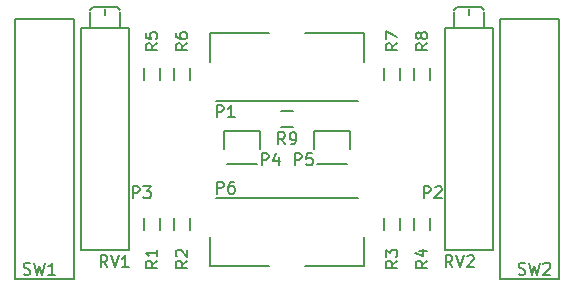
<source format=gto>
G04 #@! TF.FileFunction,Legend,Top*
%FSLAX46Y46*%
G04 Gerber Fmt 4.6, Leading zero omitted, Abs format (unit mm)*
G04 Created by KiCad (PCBNEW (2016-03-06 BZR 6610)-product) date 2016 April 20, Wednesday 18:41:49*
%MOMM*%
G01*
G04 APERTURE LIST*
%ADD10C,0.100000*%
%ADD11C,0.150000*%
G04 APERTURE END LIST*
D10*
D11*
X137895000Y-106850000D02*
X137895000Y-105850000D01*
X139245000Y-105850000D02*
X139245000Y-106850000D01*
X141785000Y-105850000D02*
X141785000Y-106850000D01*
X140435000Y-106850000D02*
X140435000Y-105850000D01*
X158215000Y-106850000D02*
X158215000Y-105850000D01*
X159565000Y-105850000D02*
X159565000Y-106850000D01*
X162105000Y-105850000D02*
X162105000Y-106850000D01*
X160755000Y-106850000D02*
X160755000Y-105850000D01*
X139245000Y-93150000D02*
X139245000Y-94150000D01*
X137895000Y-94150000D02*
X137895000Y-93150000D01*
X140435000Y-94150000D02*
X140435000Y-93150000D01*
X141785000Y-93150000D02*
X141785000Y-94150000D01*
X159565000Y-93150000D02*
X159565000Y-94150000D01*
X158215000Y-94150000D02*
X158215000Y-93150000D01*
X160755000Y-94150000D02*
X160755000Y-93150000D01*
X162105000Y-93150000D02*
X162105000Y-94150000D01*
X156550000Y-90160000D02*
X151500000Y-90160000D01*
X143450000Y-90160000D02*
X143450000Y-92620000D01*
X144000000Y-95880000D02*
X156000000Y-95880000D01*
X156550000Y-90160000D02*
X156550000Y-92620000D01*
X143450000Y-90160000D02*
X148500000Y-90160000D01*
X135875000Y-88228000D02*
X135621000Y-87974000D01*
X135621000Y-87974000D02*
X134605000Y-87974000D01*
X134605000Y-87974000D02*
X133589000Y-87974000D01*
X133589000Y-87974000D02*
X133335000Y-88228000D01*
X135875000Y-89625000D02*
X135875000Y-88355000D01*
X133335000Y-89625000D02*
X133335000Y-88355000D01*
X134605000Y-88101000D02*
X134605000Y-88609000D01*
X132573000Y-89752000D02*
X136637000Y-89752000D01*
X132573000Y-108548000D02*
X136637000Y-108548000D01*
X132573000Y-89752000D02*
X132573000Y-108548000D01*
X136637000Y-108548000D02*
X136637000Y-89752000D01*
X166665000Y-88228000D02*
X166411000Y-87974000D01*
X166411000Y-87974000D02*
X165395000Y-87974000D01*
X165395000Y-87974000D02*
X164379000Y-87974000D01*
X164379000Y-87974000D02*
X164125000Y-88228000D01*
X166665000Y-89625000D02*
X166665000Y-88355000D01*
X164125000Y-89625000D02*
X164125000Y-88355000D01*
X165395000Y-88101000D02*
X165395000Y-88609000D01*
X163363000Y-89752000D02*
X167427000Y-89752000D01*
X163363000Y-108548000D02*
X167427000Y-108548000D01*
X163363000Y-89752000D02*
X163363000Y-108548000D01*
X167427000Y-108548000D02*
X167427000Y-89752000D01*
X131935000Y-89000000D02*
X126935000Y-89000000D01*
X126935000Y-89000000D02*
X126935000Y-111000000D01*
X131935000Y-111000000D02*
X126935000Y-111000000D01*
X131935000Y-111000000D02*
X131935000Y-89000000D01*
X173065000Y-89000000D02*
X168065000Y-89000000D01*
X168065000Y-89000000D02*
X168065000Y-111000000D01*
X173065000Y-111000000D02*
X168065000Y-111000000D01*
X173065000Y-111000000D02*
X173065000Y-89000000D01*
X149500000Y-96785000D02*
X150500000Y-96785000D01*
X150500000Y-98135000D02*
X149500000Y-98135000D01*
X147740000Y-98450000D02*
X147740000Y-100000000D01*
X144640000Y-100000000D02*
X144640000Y-98450000D01*
X144640000Y-98450000D02*
X147740000Y-98450000D01*
X144920000Y-101270000D02*
X147460000Y-101270000D01*
X155360000Y-98450000D02*
X155360000Y-100000000D01*
X152260000Y-100000000D02*
X152260000Y-98450000D01*
X152260000Y-98450000D02*
X155360000Y-98450000D01*
X152540000Y-101270000D02*
X155080000Y-101270000D01*
X143450000Y-109840000D02*
X148500000Y-109840000D01*
X156550000Y-109840000D02*
X156550000Y-107380000D01*
X156000000Y-104120000D02*
X144000000Y-104120000D01*
X143450000Y-109840000D02*
X143450000Y-107380000D01*
X156550000Y-109840000D02*
X151500000Y-109840000D01*
X139022381Y-109437666D02*
X138546190Y-109771000D01*
X139022381Y-110009095D02*
X138022381Y-110009095D01*
X138022381Y-109628142D01*
X138070000Y-109532904D01*
X138117619Y-109485285D01*
X138212857Y-109437666D01*
X138355714Y-109437666D01*
X138450952Y-109485285D01*
X138498571Y-109532904D01*
X138546190Y-109628142D01*
X138546190Y-110009095D01*
X139022381Y-108485285D02*
X139022381Y-109056714D01*
X139022381Y-108771000D02*
X138022381Y-108771000D01*
X138165238Y-108866238D01*
X138260476Y-108961476D01*
X138308095Y-109056714D01*
X141562381Y-109437666D02*
X141086190Y-109771000D01*
X141562381Y-110009095D02*
X140562381Y-110009095D01*
X140562381Y-109628142D01*
X140610000Y-109532904D01*
X140657619Y-109485285D01*
X140752857Y-109437666D01*
X140895714Y-109437666D01*
X140990952Y-109485285D01*
X141038571Y-109532904D01*
X141086190Y-109628142D01*
X141086190Y-110009095D01*
X140657619Y-109056714D02*
X140610000Y-109009095D01*
X140562381Y-108913857D01*
X140562381Y-108675761D01*
X140610000Y-108580523D01*
X140657619Y-108532904D01*
X140752857Y-108485285D01*
X140848095Y-108485285D01*
X140990952Y-108532904D01*
X141562381Y-109104333D01*
X141562381Y-108485285D01*
X159342381Y-109437666D02*
X158866190Y-109771000D01*
X159342381Y-110009095D02*
X158342381Y-110009095D01*
X158342381Y-109628142D01*
X158390000Y-109532904D01*
X158437619Y-109485285D01*
X158532857Y-109437666D01*
X158675714Y-109437666D01*
X158770952Y-109485285D01*
X158818571Y-109532904D01*
X158866190Y-109628142D01*
X158866190Y-110009095D01*
X158342381Y-109104333D02*
X158342381Y-108485285D01*
X158723333Y-108818619D01*
X158723333Y-108675761D01*
X158770952Y-108580523D01*
X158818571Y-108532904D01*
X158913810Y-108485285D01*
X159151905Y-108485285D01*
X159247143Y-108532904D01*
X159294762Y-108580523D01*
X159342381Y-108675761D01*
X159342381Y-108961476D01*
X159294762Y-109056714D01*
X159247143Y-109104333D01*
X161882381Y-109437666D02*
X161406190Y-109771000D01*
X161882381Y-110009095D02*
X160882381Y-110009095D01*
X160882381Y-109628142D01*
X160930000Y-109532904D01*
X160977619Y-109485285D01*
X161072857Y-109437666D01*
X161215714Y-109437666D01*
X161310952Y-109485285D01*
X161358571Y-109532904D01*
X161406190Y-109628142D01*
X161406190Y-110009095D01*
X161215714Y-108580523D02*
X161882381Y-108580523D01*
X160834762Y-108818619D02*
X161549048Y-109056714D01*
X161549048Y-108437666D01*
X139022381Y-91022666D02*
X138546190Y-91356000D01*
X139022381Y-91594095D02*
X138022381Y-91594095D01*
X138022381Y-91213142D01*
X138070000Y-91117904D01*
X138117619Y-91070285D01*
X138212857Y-91022666D01*
X138355714Y-91022666D01*
X138450952Y-91070285D01*
X138498571Y-91117904D01*
X138546190Y-91213142D01*
X138546190Y-91594095D01*
X138022381Y-90117904D02*
X138022381Y-90594095D01*
X138498571Y-90641714D01*
X138450952Y-90594095D01*
X138403333Y-90498857D01*
X138403333Y-90260761D01*
X138450952Y-90165523D01*
X138498571Y-90117904D01*
X138593810Y-90070285D01*
X138831905Y-90070285D01*
X138927143Y-90117904D01*
X138974762Y-90165523D01*
X139022381Y-90260761D01*
X139022381Y-90498857D01*
X138974762Y-90594095D01*
X138927143Y-90641714D01*
X141562381Y-91022666D02*
X141086190Y-91356000D01*
X141562381Y-91594095D02*
X140562381Y-91594095D01*
X140562381Y-91213142D01*
X140610000Y-91117904D01*
X140657619Y-91070285D01*
X140752857Y-91022666D01*
X140895714Y-91022666D01*
X140990952Y-91070285D01*
X141038571Y-91117904D01*
X141086190Y-91213142D01*
X141086190Y-91594095D01*
X140562381Y-90165523D02*
X140562381Y-90356000D01*
X140610000Y-90451238D01*
X140657619Y-90498857D01*
X140800476Y-90594095D01*
X140990952Y-90641714D01*
X141371905Y-90641714D01*
X141467143Y-90594095D01*
X141514762Y-90546476D01*
X141562381Y-90451238D01*
X141562381Y-90260761D01*
X141514762Y-90165523D01*
X141467143Y-90117904D01*
X141371905Y-90070285D01*
X141133810Y-90070285D01*
X141038571Y-90117904D01*
X140990952Y-90165523D01*
X140943333Y-90260761D01*
X140943333Y-90451238D01*
X140990952Y-90546476D01*
X141038571Y-90594095D01*
X141133810Y-90641714D01*
X159342381Y-91022666D02*
X158866190Y-91356000D01*
X159342381Y-91594095D02*
X158342381Y-91594095D01*
X158342381Y-91213142D01*
X158390000Y-91117904D01*
X158437619Y-91070285D01*
X158532857Y-91022666D01*
X158675714Y-91022666D01*
X158770952Y-91070285D01*
X158818571Y-91117904D01*
X158866190Y-91213142D01*
X158866190Y-91594095D01*
X158342381Y-90689333D02*
X158342381Y-90022666D01*
X159342381Y-90451238D01*
X161882381Y-91022666D02*
X161406190Y-91356000D01*
X161882381Y-91594095D02*
X160882381Y-91594095D01*
X160882381Y-91213142D01*
X160930000Y-91117904D01*
X160977619Y-91070285D01*
X161072857Y-91022666D01*
X161215714Y-91022666D01*
X161310952Y-91070285D01*
X161358571Y-91117904D01*
X161406190Y-91213142D01*
X161406190Y-91594095D01*
X161310952Y-90451238D02*
X161263333Y-90546476D01*
X161215714Y-90594095D01*
X161120476Y-90641714D01*
X161072857Y-90641714D01*
X160977619Y-90594095D01*
X160930000Y-90546476D01*
X160882381Y-90451238D01*
X160882381Y-90260761D01*
X160930000Y-90165523D01*
X160977619Y-90117904D01*
X161072857Y-90070285D01*
X161120476Y-90070285D01*
X161215714Y-90117904D01*
X161263333Y-90165523D01*
X161310952Y-90260761D01*
X161310952Y-90451238D01*
X161358571Y-90546476D01*
X161406190Y-90594095D01*
X161501429Y-90641714D01*
X161691905Y-90641714D01*
X161787143Y-90594095D01*
X161834762Y-90546476D01*
X161882381Y-90451238D01*
X161882381Y-90260761D01*
X161834762Y-90165523D01*
X161787143Y-90117904D01*
X161691905Y-90070285D01*
X161501429Y-90070285D01*
X161406190Y-90117904D01*
X161358571Y-90165523D01*
X161310952Y-90260761D01*
X144054905Y-97277381D02*
X144054905Y-96277381D01*
X144435858Y-96277381D01*
X144531096Y-96325000D01*
X144578715Y-96372619D01*
X144626334Y-96467857D01*
X144626334Y-96610714D01*
X144578715Y-96705952D01*
X144531096Y-96753571D01*
X144435858Y-96801190D01*
X144054905Y-96801190D01*
X145578715Y-97277381D02*
X145007286Y-97277381D01*
X145293000Y-97277381D02*
X145293000Y-96277381D01*
X145197762Y-96420238D01*
X145102524Y-96515476D01*
X145007286Y-96563095D01*
X161580905Y-104135381D02*
X161580905Y-103135381D01*
X161961858Y-103135381D01*
X162057096Y-103183000D01*
X162104715Y-103230619D01*
X162152334Y-103325857D01*
X162152334Y-103468714D01*
X162104715Y-103563952D01*
X162057096Y-103611571D01*
X161961858Y-103659190D01*
X161580905Y-103659190D01*
X162533286Y-103230619D02*
X162580905Y-103183000D01*
X162676143Y-103135381D01*
X162914239Y-103135381D01*
X163009477Y-103183000D01*
X163057096Y-103230619D01*
X163104715Y-103325857D01*
X163104715Y-103421095D01*
X163057096Y-103563952D01*
X162485667Y-104135381D01*
X163104715Y-104135381D01*
X136942905Y-104135381D02*
X136942905Y-103135381D01*
X137323858Y-103135381D01*
X137419096Y-103183000D01*
X137466715Y-103230619D01*
X137514334Y-103325857D01*
X137514334Y-103468714D01*
X137466715Y-103563952D01*
X137419096Y-103611571D01*
X137323858Y-103659190D01*
X136942905Y-103659190D01*
X137847667Y-103135381D02*
X138466715Y-103135381D01*
X138133381Y-103516333D01*
X138276239Y-103516333D01*
X138371477Y-103563952D01*
X138419096Y-103611571D01*
X138466715Y-103706810D01*
X138466715Y-103944905D01*
X138419096Y-104040143D01*
X138371477Y-104087762D01*
X138276239Y-104135381D01*
X137990524Y-104135381D01*
X137895286Y-104087762D01*
X137847667Y-104040143D01*
X134799762Y-109977381D02*
X134466428Y-109501190D01*
X134228333Y-109977381D02*
X134228333Y-108977381D01*
X134609286Y-108977381D01*
X134704524Y-109025000D01*
X134752143Y-109072619D01*
X134799762Y-109167857D01*
X134799762Y-109310714D01*
X134752143Y-109405952D01*
X134704524Y-109453571D01*
X134609286Y-109501190D01*
X134228333Y-109501190D01*
X135085476Y-108977381D02*
X135418809Y-109977381D01*
X135752143Y-108977381D01*
X136609286Y-109977381D02*
X136037857Y-109977381D01*
X136323571Y-109977381D02*
X136323571Y-108977381D01*
X136228333Y-109120238D01*
X136133095Y-109215476D01*
X136037857Y-109263095D01*
X164009762Y-109977381D02*
X163676428Y-109501190D01*
X163438333Y-109977381D02*
X163438333Y-108977381D01*
X163819286Y-108977381D01*
X163914524Y-109025000D01*
X163962143Y-109072619D01*
X164009762Y-109167857D01*
X164009762Y-109310714D01*
X163962143Y-109405952D01*
X163914524Y-109453571D01*
X163819286Y-109501190D01*
X163438333Y-109501190D01*
X164295476Y-108977381D02*
X164628809Y-109977381D01*
X164962143Y-108977381D01*
X165247857Y-109072619D02*
X165295476Y-109025000D01*
X165390714Y-108977381D01*
X165628810Y-108977381D01*
X165724048Y-109025000D01*
X165771667Y-109072619D01*
X165819286Y-109167857D01*
X165819286Y-109263095D01*
X165771667Y-109405952D01*
X165200238Y-109977381D01*
X165819286Y-109977381D01*
X127711667Y-110564762D02*
X127854524Y-110612381D01*
X128092620Y-110612381D01*
X128187858Y-110564762D01*
X128235477Y-110517143D01*
X128283096Y-110421905D01*
X128283096Y-110326667D01*
X128235477Y-110231429D01*
X128187858Y-110183810D01*
X128092620Y-110136190D01*
X127902143Y-110088571D01*
X127806905Y-110040952D01*
X127759286Y-109993333D01*
X127711667Y-109898095D01*
X127711667Y-109802857D01*
X127759286Y-109707619D01*
X127806905Y-109660000D01*
X127902143Y-109612381D01*
X128140239Y-109612381D01*
X128283096Y-109660000D01*
X128616429Y-109612381D02*
X128854524Y-110612381D01*
X129045001Y-109898095D01*
X129235477Y-110612381D01*
X129473572Y-109612381D01*
X130378334Y-110612381D02*
X129806905Y-110612381D01*
X130092619Y-110612381D02*
X130092619Y-109612381D01*
X129997381Y-109755238D01*
X129902143Y-109850476D01*
X129806905Y-109898095D01*
X169621667Y-110564762D02*
X169764524Y-110612381D01*
X170002620Y-110612381D01*
X170097858Y-110564762D01*
X170145477Y-110517143D01*
X170193096Y-110421905D01*
X170193096Y-110326667D01*
X170145477Y-110231429D01*
X170097858Y-110183810D01*
X170002620Y-110136190D01*
X169812143Y-110088571D01*
X169716905Y-110040952D01*
X169669286Y-109993333D01*
X169621667Y-109898095D01*
X169621667Y-109802857D01*
X169669286Y-109707619D01*
X169716905Y-109660000D01*
X169812143Y-109612381D01*
X170050239Y-109612381D01*
X170193096Y-109660000D01*
X170526429Y-109612381D02*
X170764524Y-110612381D01*
X170955001Y-109898095D01*
X171145477Y-110612381D01*
X171383572Y-109612381D01*
X171716905Y-109707619D02*
X171764524Y-109660000D01*
X171859762Y-109612381D01*
X172097858Y-109612381D01*
X172193096Y-109660000D01*
X172240715Y-109707619D01*
X172288334Y-109802857D01*
X172288334Y-109898095D01*
X172240715Y-110040952D01*
X171669286Y-110612381D01*
X172288334Y-110612381D01*
X149833334Y-99563381D02*
X149500000Y-99087190D01*
X149261905Y-99563381D02*
X149261905Y-98563381D01*
X149642858Y-98563381D01*
X149738096Y-98611000D01*
X149785715Y-98658619D01*
X149833334Y-98753857D01*
X149833334Y-98896714D01*
X149785715Y-98991952D01*
X149738096Y-99039571D01*
X149642858Y-99087190D01*
X149261905Y-99087190D01*
X150309524Y-99563381D02*
X150500000Y-99563381D01*
X150595239Y-99515762D01*
X150642858Y-99468143D01*
X150738096Y-99325286D01*
X150785715Y-99134810D01*
X150785715Y-98753857D01*
X150738096Y-98658619D01*
X150690477Y-98611000D01*
X150595239Y-98563381D01*
X150404762Y-98563381D01*
X150309524Y-98611000D01*
X150261905Y-98658619D01*
X150214286Y-98753857D01*
X150214286Y-98991952D01*
X150261905Y-99087190D01*
X150309524Y-99134810D01*
X150404762Y-99182429D01*
X150595239Y-99182429D01*
X150690477Y-99134810D01*
X150738096Y-99087190D01*
X150785715Y-98991952D01*
X147864905Y-101341381D02*
X147864905Y-100341381D01*
X148245858Y-100341381D01*
X148341096Y-100389000D01*
X148388715Y-100436619D01*
X148436334Y-100531857D01*
X148436334Y-100674714D01*
X148388715Y-100769952D01*
X148341096Y-100817571D01*
X148245858Y-100865190D01*
X147864905Y-100865190D01*
X149293477Y-100674714D02*
X149293477Y-101341381D01*
X149055381Y-100293762D02*
X148817286Y-101008048D01*
X149436334Y-101008048D01*
X150658905Y-101341381D02*
X150658905Y-100341381D01*
X151039858Y-100341381D01*
X151135096Y-100389000D01*
X151182715Y-100436619D01*
X151230334Y-100531857D01*
X151230334Y-100674714D01*
X151182715Y-100769952D01*
X151135096Y-100817571D01*
X151039858Y-100865190D01*
X150658905Y-100865190D01*
X152135096Y-100341381D02*
X151658905Y-100341381D01*
X151611286Y-100817571D01*
X151658905Y-100769952D01*
X151754143Y-100722333D01*
X151992239Y-100722333D01*
X152087477Y-100769952D01*
X152135096Y-100817571D01*
X152182715Y-100912810D01*
X152182715Y-101150905D01*
X152135096Y-101246143D01*
X152087477Y-101293762D01*
X151992239Y-101341381D01*
X151754143Y-101341381D01*
X151658905Y-101293762D01*
X151611286Y-101246143D01*
X144054905Y-103754381D02*
X144054905Y-102754381D01*
X144435858Y-102754381D01*
X144531096Y-102802000D01*
X144578715Y-102849619D01*
X144626334Y-102944857D01*
X144626334Y-103087714D01*
X144578715Y-103182952D01*
X144531096Y-103230571D01*
X144435858Y-103278190D01*
X144054905Y-103278190D01*
X145483477Y-102754381D02*
X145293000Y-102754381D01*
X145197762Y-102802000D01*
X145150143Y-102849619D01*
X145054905Y-102992476D01*
X145007286Y-103182952D01*
X145007286Y-103563905D01*
X145054905Y-103659143D01*
X145102524Y-103706762D01*
X145197762Y-103754381D01*
X145388239Y-103754381D01*
X145483477Y-103706762D01*
X145531096Y-103659143D01*
X145578715Y-103563905D01*
X145578715Y-103325810D01*
X145531096Y-103230571D01*
X145483477Y-103182952D01*
X145388239Y-103135333D01*
X145197762Y-103135333D01*
X145102524Y-103182952D01*
X145054905Y-103230571D01*
X145007286Y-103325810D01*
M02*

</source>
